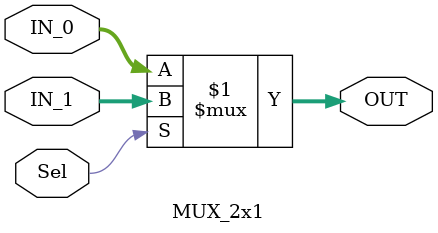
<source format=v>
/************************************************************/
/* Module Name: MUX_2x1                                     */
/* Module Function:                                         */
/*  This is a simple 2x1 Multiplexer module to be used      */
/*  in the Data path to determine the appropriate           */
/*  program counter and data values based on the control    */
/*  signals coming from the control unit.                   */
/************************************************************/
module MUX_2x1 #
(
    parameter   DATA_WIDTH  =   32
)
(
    input   wire    [DATA_WIDTH-1:0]    IN_0    ,
    input   wire    [DATA_WIDTH-1:0]    IN_1    ,
    input   wire                        Sel     ,

    output  wire    [DATA_WIDTH-1:0]    OUT   
);

    assign  OUT =  (Sel)?   IN_1    :   IN_0    ; 
    
endmodule
</source>
